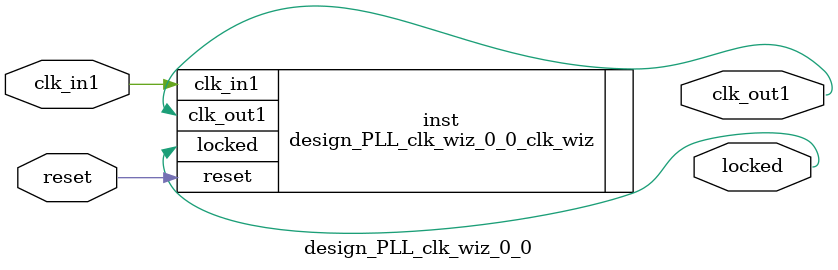
<source format=v>


`timescale 1ps/1ps

(* CORE_GENERATION_INFO = "design_PLL_clk_wiz_0_0,clk_wiz_v6_0_2_0_0,{component_name=design_PLL_clk_wiz_0_0,use_phase_alignment=true,use_min_o_jitter=false,use_max_i_jitter=false,use_dyn_phase_shift=false,use_inclk_switchover=false,use_dyn_reconfig=false,enable_axi=0,feedback_source=FDBK_AUTO,PRIMITIVE=MMCM,num_out_clk=1,clkin1_period=10.000,clkin2_period=10.000,use_power_down=false,use_reset=true,use_locked=true,use_inclk_stopped=false,feedback_type=SINGLE,CLOCK_MGR_TYPE=NA,manual_override=false}" *)

module design_PLL_clk_wiz_0_0 
 (
  // Clock out ports
  output        clk_out1,
  // Status and control signals
  input         reset,
  output        locked,
 // Clock in ports
  input         clk_in1
 );

  design_PLL_clk_wiz_0_0_clk_wiz inst
  (
  // Clock out ports  
  .clk_out1(clk_out1),
  // Status and control signals               
  .reset(reset), 
  .locked(locked),
 // Clock in ports
  .clk_in1(clk_in1)
  );

endmodule

</source>
